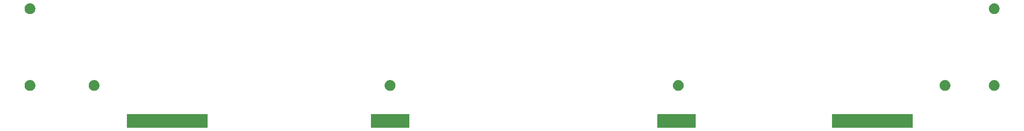
<source format=gbr>
G04 #@! TF.GenerationSoftware,KiCad,Pcbnew,(5.1.4-0-10_14)*
G04 #@! TF.CreationDate,2019-11-23T21:51:22+01:00*
G04 #@! TF.ProjectId,FRONT_PANEL,46524f4e-545f-4504-914e-454c2e6b6963,rev?*
G04 #@! TF.SameCoordinates,Original*
G04 #@! TF.FileFunction,Soldermask,Top*
G04 #@! TF.FilePolarity,Negative*
%FSLAX46Y46*%
G04 Gerber Fmt 4.6, Leading zero omitted, Abs format (unit mm)*
G04 Created by KiCad (PCBNEW (5.1.4-0-10_14)) date 2019-11-23 21:51:22*
%MOMM*%
%LPD*%
G04 APERTURE LIST*
%ADD10C,0.100000*%
G04 APERTURE END LIST*
D10*
G36*
X253000000Y-59000000D02*
G01*
X232000000Y-59000000D01*
X232000000Y-55500000D01*
X253000000Y-55500000D01*
X253000000Y-59000000D01*
X253000000Y-59000000D01*
G37*
G36*
X196500000Y-59000000D02*
G01*
X186500000Y-59000000D01*
X186500000Y-55500000D01*
X196500000Y-55500000D01*
X196500000Y-59000000D01*
X196500000Y-59000000D01*
G37*
G36*
X122000000Y-59000000D02*
G01*
X112000000Y-59000000D01*
X112000000Y-55500000D01*
X122000000Y-55500000D01*
X122000000Y-59000000D01*
X122000000Y-59000000D01*
G37*
G36*
X69500000Y-59000000D02*
G01*
X48500000Y-59000000D01*
X48500000Y-55500000D01*
X69500000Y-55500000D01*
X69500000Y-59000000D01*
X69500000Y-59000000D01*
G37*
G36*
X274518433Y-46634893D02*
G01*
X274608657Y-46652839D01*
X274714267Y-46696585D01*
X274863621Y-46758449D01*
X274863622Y-46758450D01*
X275093086Y-46911772D01*
X275288228Y-47106914D01*
X275390675Y-47260237D01*
X275441551Y-47336379D01*
X275547161Y-47591344D01*
X275601000Y-47862012D01*
X275601000Y-48137988D01*
X275547161Y-48408656D01*
X275441551Y-48663621D01*
X275441550Y-48663622D01*
X275288228Y-48893086D01*
X275093086Y-49088228D01*
X274939763Y-49190675D01*
X274863621Y-49241551D01*
X274714267Y-49303415D01*
X274608657Y-49347161D01*
X274518433Y-49365107D01*
X274337988Y-49401000D01*
X274062012Y-49401000D01*
X273881567Y-49365107D01*
X273791343Y-49347161D01*
X273685733Y-49303415D01*
X273536379Y-49241551D01*
X273460237Y-49190675D01*
X273306914Y-49088228D01*
X273111772Y-48893086D01*
X272958450Y-48663622D01*
X272958449Y-48663621D01*
X272852839Y-48408656D01*
X272799000Y-48137988D01*
X272799000Y-47862012D01*
X272852839Y-47591344D01*
X272958449Y-47336379D01*
X273009325Y-47260237D01*
X273111772Y-47106914D01*
X273306914Y-46911772D01*
X273536378Y-46758450D01*
X273536379Y-46758449D01*
X273685733Y-46696585D01*
X273791343Y-46652839D01*
X273881567Y-46634893D01*
X274062012Y-46599000D01*
X274337988Y-46599000D01*
X274518433Y-46634893D01*
X274518433Y-46634893D01*
G37*
G36*
X261718433Y-46634893D02*
G01*
X261808657Y-46652839D01*
X261914267Y-46696585D01*
X262063621Y-46758449D01*
X262063622Y-46758450D01*
X262293086Y-46911772D01*
X262488228Y-47106914D01*
X262590675Y-47260237D01*
X262641551Y-47336379D01*
X262747161Y-47591344D01*
X262801000Y-47862012D01*
X262801000Y-48137988D01*
X262747161Y-48408656D01*
X262641551Y-48663621D01*
X262641550Y-48663622D01*
X262488228Y-48893086D01*
X262293086Y-49088228D01*
X262139763Y-49190675D01*
X262063621Y-49241551D01*
X261914267Y-49303415D01*
X261808657Y-49347161D01*
X261718433Y-49365107D01*
X261537988Y-49401000D01*
X261262012Y-49401000D01*
X261081567Y-49365107D01*
X260991343Y-49347161D01*
X260885733Y-49303415D01*
X260736379Y-49241551D01*
X260660237Y-49190675D01*
X260506914Y-49088228D01*
X260311772Y-48893086D01*
X260158450Y-48663622D01*
X260158449Y-48663621D01*
X260052839Y-48408656D01*
X259999000Y-48137988D01*
X259999000Y-47862012D01*
X260052839Y-47591344D01*
X260158449Y-47336379D01*
X260209325Y-47260237D01*
X260311772Y-47106914D01*
X260506914Y-46911772D01*
X260736378Y-46758450D01*
X260736379Y-46758449D01*
X260885733Y-46696585D01*
X260991343Y-46652839D01*
X261081567Y-46634893D01*
X261262012Y-46599000D01*
X261537988Y-46599000D01*
X261718433Y-46634893D01*
X261718433Y-46634893D01*
G37*
G36*
X192318433Y-46634893D02*
G01*
X192408657Y-46652839D01*
X192514267Y-46696585D01*
X192663621Y-46758449D01*
X192663622Y-46758450D01*
X192893086Y-46911772D01*
X193088228Y-47106914D01*
X193190675Y-47260237D01*
X193241551Y-47336379D01*
X193347161Y-47591344D01*
X193401000Y-47862012D01*
X193401000Y-48137988D01*
X193347161Y-48408656D01*
X193241551Y-48663621D01*
X193241550Y-48663622D01*
X193088228Y-48893086D01*
X192893086Y-49088228D01*
X192739763Y-49190675D01*
X192663621Y-49241551D01*
X192514267Y-49303415D01*
X192408657Y-49347161D01*
X192318433Y-49365107D01*
X192137988Y-49401000D01*
X191862012Y-49401000D01*
X191681567Y-49365107D01*
X191591343Y-49347161D01*
X191485733Y-49303415D01*
X191336379Y-49241551D01*
X191260237Y-49190675D01*
X191106914Y-49088228D01*
X190911772Y-48893086D01*
X190758450Y-48663622D01*
X190758449Y-48663621D01*
X190652839Y-48408656D01*
X190599000Y-48137988D01*
X190599000Y-47862012D01*
X190652839Y-47591344D01*
X190758449Y-47336379D01*
X190809325Y-47260237D01*
X190911772Y-47106914D01*
X191106914Y-46911772D01*
X191336378Y-46758450D01*
X191336379Y-46758449D01*
X191485733Y-46696585D01*
X191591343Y-46652839D01*
X191681567Y-46634893D01*
X191862012Y-46599000D01*
X192137988Y-46599000D01*
X192318433Y-46634893D01*
X192318433Y-46634893D01*
G37*
G36*
X117318433Y-46634893D02*
G01*
X117408657Y-46652839D01*
X117514267Y-46696585D01*
X117663621Y-46758449D01*
X117663622Y-46758450D01*
X117893086Y-46911772D01*
X118088228Y-47106914D01*
X118190675Y-47260237D01*
X118241551Y-47336379D01*
X118347161Y-47591344D01*
X118401000Y-47862012D01*
X118401000Y-48137988D01*
X118347161Y-48408656D01*
X118241551Y-48663621D01*
X118241550Y-48663622D01*
X118088228Y-48893086D01*
X117893086Y-49088228D01*
X117739763Y-49190675D01*
X117663621Y-49241551D01*
X117514267Y-49303415D01*
X117408657Y-49347161D01*
X117318433Y-49365107D01*
X117137988Y-49401000D01*
X116862012Y-49401000D01*
X116681567Y-49365107D01*
X116591343Y-49347161D01*
X116485733Y-49303415D01*
X116336379Y-49241551D01*
X116260237Y-49190675D01*
X116106914Y-49088228D01*
X115911772Y-48893086D01*
X115758450Y-48663622D01*
X115758449Y-48663621D01*
X115652839Y-48408656D01*
X115599000Y-48137988D01*
X115599000Y-47862012D01*
X115652839Y-47591344D01*
X115758449Y-47336379D01*
X115809325Y-47260237D01*
X115911772Y-47106914D01*
X116106914Y-46911772D01*
X116336378Y-46758450D01*
X116336379Y-46758449D01*
X116485733Y-46696585D01*
X116591343Y-46652839D01*
X116681567Y-46634893D01*
X116862012Y-46599000D01*
X117137988Y-46599000D01*
X117318433Y-46634893D01*
X117318433Y-46634893D01*
G37*
G36*
X40318433Y-46634893D02*
G01*
X40408657Y-46652839D01*
X40514267Y-46696585D01*
X40663621Y-46758449D01*
X40663622Y-46758450D01*
X40893086Y-46911772D01*
X41088228Y-47106914D01*
X41190675Y-47260237D01*
X41241551Y-47336379D01*
X41347161Y-47591344D01*
X41401000Y-47862012D01*
X41401000Y-48137988D01*
X41347161Y-48408656D01*
X41241551Y-48663621D01*
X41241550Y-48663622D01*
X41088228Y-48893086D01*
X40893086Y-49088228D01*
X40739763Y-49190675D01*
X40663621Y-49241551D01*
X40514267Y-49303415D01*
X40408657Y-49347161D01*
X40318433Y-49365107D01*
X40137988Y-49401000D01*
X39862012Y-49401000D01*
X39681567Y-49365107D01*
X39591343Y-49347161D01*
X39485733Y-49303415D01*
X39336379Y-49241551D01*
X39260237Y-49190675D01*
X39106914Y-49088228D01*
X38911772Y-48893086D01*
X38758450Y-48663622D01*
X38758449Y-48663621D01*
X38652839Y-48408656D01*
X38599000Y-48137988D01*
X38599000Y-47862012D01*
X38652839Y-47591344D01*
X38758449Y-47336379D01*
X38809325Y-47260237D01*
X38911772Y-47106914D01*
X39106914Y-46911772D01*
X39336378Y-46758450D01*
X39336379Y-46758449D01*
X39485733Y-46696585D01*
X39591343Y-46652839D01*
X39681567Y-46634893D01*
X39862012Y-46599000D01*
X40137988Y-46599000D01*
X40318433Y-46634893D01*
X40318433Y-46634893D01*
G37*
G36*
X23618433Y-46634893D02*
G01*
X23708657Y-46652839D01*
X23814267Y-46696585D01*
X23963621Y-46758449D01*
X23963622Y-46758450D01*
X24193086Y-46911772D01*
X24388228Y-47106914D01*
X24490675Y-47260237D01*
X24541551Y-47336379D01*
X24647161Y-47591344D01*
X24701000Y-47862012D01*
X24701000Y-48137988D01*
X24647161Y-48408656D01*
X24541551Y-48663621D01*
X24541550Y-48663622D01*
X24388228Y-48893086D01*
X24193086Y-49088228D01*
X24039763Y-49190675D01*
X23963621Y-49241551D01*
X23814267Y-49303415D01*
X23708657Y-49347161D01*
X23618433Y-49365107D01*
X23437988Y-49401000D01*
X23162012Y-49401000D01*
X22981567Y-49365107D01*
X22891343Y-49347161D01*
X22785733Y-49303415D01*
X22636379Y-49241551D01*
X22560237Y-49190675D01*
X22406914Y-49088228D01*
X22211772Y-48893086D01*
X22058450Y-48663622D01*
X22058449Y-48663621D01*
X21952839Y-48408656D01*
X21899000Y-48137988D01*
X21899000Y-47862012D01*
X21952839Y-47591344D01*
X22058449Y-47336379D01*
X22109325Y-47260237D01*
X22211772Y-47106914D01*
X22406914Y-46911772D01*
X22636378Y-46758450D01*
X22636379Y-46758449D01*
X22785733Y-46696585D01*
X22891343Y-46652839D01*
X22981567Y-46634893D01*
X23162012Y-46599000D01*
X23437988Y-46599000D01*
X23618433Y-46634893D01*
X23618433Y-46634893D01*
G37*
G36*
X274518433Y-26634893D02*
G01*
X274608657Y-26652839D01*
X274714267Y-26696585D01*
X274863621Y-26758449D01*
X274863622Y-26758450D01*
X275093086Y-26911772D01*
X275288228Y-27106914D01*
X275390675Y-27260237D01*
X275441551Y-27336379D01*
X275547161Y-27591344D01*
X275601000Y-27862012D01*
X275601000Y-28137988D01*
X275547161Y-28408656D01*
X275441551Y-28663621D01*
X275441550Y-28663622D01*
X275288228Y-28893086D01*
X275093086Y-29088228D01*
X274939763Y-29190675D01*
X274863621Y-29241551D01*
X274714267Y-29303415D01*
X274608657Y-29347161D01*
X274518433Y-29365107D01*
X274337988Y-29401000D01*
X274062012Y-29401000D01*
X273881567Y-29365107D01*
X273791343Y-29347161D01*
X273685733Y-29303415D01*
X273536379Y-29241551D01*
X273460237Y-29190675D01*
X273306914Y-29088228D01*
X273111772Y-28893086D01*
X272958450Y-28663622D01*
X272958449Y-28663621D01*
X272852839Y-28408656D01*
X272799000Y-28137988D01*
X272799000Y-27862012D01*
X272852839Y-27591344D01*
X272958449Y-27336379D01*
X273009325Y-27260237D01*
X273111772Y-27106914D01*
X273306914Y-26911772D01*
X273536378Y-26758450D01*
X273536379Y-26758449D01*
X273685733Y-26696585D01*
X273791343Y-26652839D01*
X273881567Y-26634893D01*
X274062012Y-26599000D01*
X274337988Y-26599000D01*
X274518433Y-26634893D01*
X274518433Y-26634893D01*
G37*
G36*
X23618433Y-26634893D02*
G01*
X23708657Y-26652839D01*
X23814267Y-26696585D01*
X23963621Y-26758449D01*
X23963622Y-26758450D01*
X24193086Y-26911772D01*
X24388228Y-27106914D01*
X24490675Y-27260237D01*
X24541551Y-27336379D01*
X24647161Y-27591344D01*
X24701000Y-27862012D01*
X24701000Y-28137988D01*
X24647161Y-28408656D01*
X24541551Y-28663621D01*
X24541550Y-28663622D01*
X24388228Y-28893086D01*
X24193086Y-29088228D01*
X24039763Y-29190675D01*
X23963621Y-29241551D01*
X23814267Y-29303415D01*
X23708657Y-29347161D01*
X23618433Y-29365107D01*
X23437988Y-29401000D01*
X23162012Y-29401000D01*
X22981567Y-29365107D01*
X22891343Y-29347161D01*
X22785733Y-29303415D01*
X22636379Y-29241551D01*
X22560237Y-29190675D01*
X22406914Y-29088228D01*
X22211772Y-28893086D01*
X22058450Y-28663622D01*
X22058449Y-28663621D01*
X21952839Y-28408656D01*
X21899000Y-28137988D01*
X21899000Y-27862012D01*
X21952839Y-27591344D01*
X22058449Y-27336379D01*
X22109325Y-27260237D01*
X22211772Y-27106914D01*
X22406914Y-26911772D01*
X22636378Y-26758450D01*
X22636379Y-26758449D01*
X22785733Y-26696585D01*
X22891343Y-26652839D01*
X22981567Y-26634893D01*
X23162012Y-26599000D01*
X23437988Y-26599000D01*
X23618433Y-26634893D01*
X23618433Y-26634893D01*
G37*
M02*

</source>
